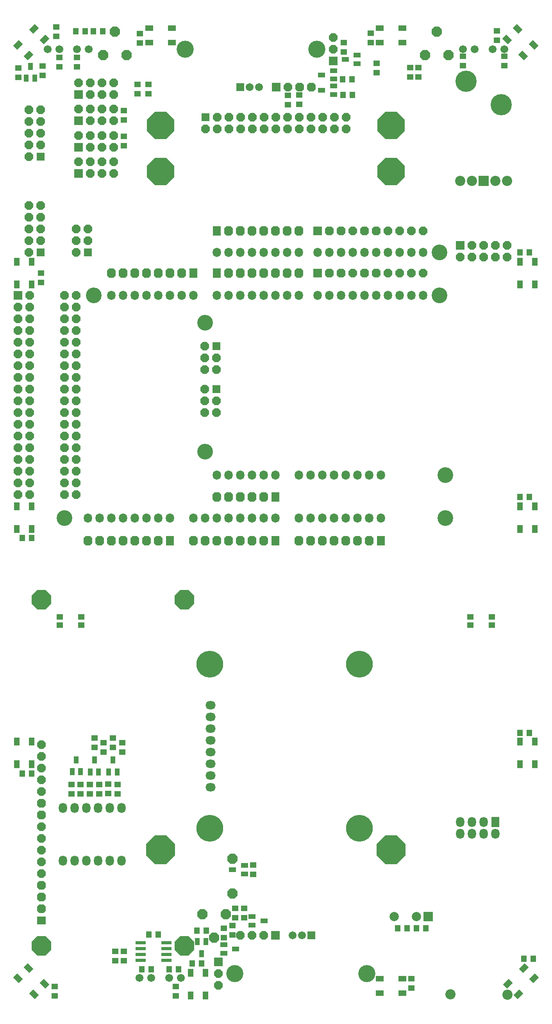
<source format=gbs>
G04*
G04 #@! TF.GenerationSoftware,Altium Limited,Altium Designer,18.1.7 (191)*
G04*
G04 Layer_Color=16711935*
%FSLAX44Y44*%
%MOMM*%
G71*
G01*
G75*
%ADD104R,1.4732X1.2192*%
%ADD105R,1.2192X1.4732*%
%ADD117R,1.6032X1.1032*%
%ADD121R,1.1032X1.6032*%
%ADD123R,1.8032X1.8032*%
%ADD129P,1.9518X8X112.5*%
%ADD130C,1.7032*%
%ADD131P,2.0070X8X22.5*%
%ADD132R,1.8542X1.8542*%
%ADD133C,2.2032*%
%ADD134R,2.2032X2.2032*%
%ADD135C,4.6032*%
%ADD136P,2.3848X8X22.5*%
%ADD137R,1.7032X1.7032*%
G04:AMPARAMS|DCode=138|XSize=1.8032mm|YSize=1.8542mm|CornerRadius=0mm|HoleSize=0mm|Usage=FLASHONLY|Rotation=0.000|XOffset=0mm|YOffset=0mm|HoleType=Round|Shape=Octagon|*
%AMOCTAGOND138*
4,1,8,-0.4508,0.9271,0.4508,0.9271,0.9016,0.4763,0.9016,-0.4763,0.4508,-0.9271,-0.4508,-0.9271,-0.9016,-0.4763,-0.9016,0.4763,-0.4508,0.9271,0.0*
%
%ADD138OCTAGOND138*%

%ADD139R,1.8542X1.8542*%
%ADD140P,2.0070X8X112.5*%
%ADD141C,3.7032*%
%ADD142C,3.4031*%
%ADD143O,1.8032X2.0032*%
G04:AMPARAMS|DCode=144|XSize=1.8032mm|YSize=1.8542mm|CornerRadius=0mm|HoleSize=0mm|Usage=FLASHONLY|Rotation=90.000|XOffset=0mm|YOffset=0mm|HoleType=Round|Shape=Octagon|*
%AMOCTAGOND144*
4,1,8,-0.9271,-0.4508,-0.9271,0.4508,-0.4763,0.9016,0.4763,0.9016,0.9271,0.4508,0.9271,-0.4508,0.4763,-0.9016,-0.4763,-0.9016,-0.9271,-0.4508,0.0*
%
%ADD144OCTAGOND144*%

%ADD145R,1.8542X1.8032*%
%ADD146P,4.5495X8X112.5*%
%ADD147R,1.8032X2.2032*%
%ADD148O,1.8032X2.2032*%
%ADD149O,1.8032X2.2032*%
%ADD150O,2.2032X1.8032*%
%ADD151C,5.8032*%
%ADD152C,2.0032*%
%ADD153R,2.0032X2.0032*%
%ADD154P,2.3848X8X112.5*%
G04:AMPARAMS|DCode=155|XSize=1.8032mm|YSize=2.0032mm|CornerRadius=0mm|HoleSize=0mm|Usage=FLASHONLY|Rotation=180.000|XOffset=0mm|YOffset=0mm|HoleType=Round|Shape=Octagon|*
%AMOCTAGOND155*
4,1,8,0.4508,-1.0016,-0.4508,-1.0016,-0.9016,-0.5508,-0.9016,0.5508,-0.4508,1.0016,0.4508,1.0016,0.9016,0.5508,0.9016,-0.5508,0.4508,-1.0016,0.0*
%
%ADD155OCTAGOND155*%

%ADD156R,1.8032X2.0032*%
%ADD157P,6.3896X8X292.5*%
%ADD158P,6.7144X8X292.5*%
%ADD207R,1.3032X1.7032*%
%ADD208R,1.4032X1.2032*%
G04:AMPARAMS|DCode=209|XSize=1.3032mm|YSize=1.7032mm|CornerRadius=0mm|HoleSize=0mm|Usage=FLASHONLY|Rotation=135.000|XOffset=0mm|YOffset=0mm|HoleType=Round|Shape=Rectangle|*
%AMROTATEDRECTD209*
4,1,4,1.0629,0.1414,-0.1414,-1.0629,-1.0629,-0.1414,0.1414,1.0629,1.0629,0.1414,0.0*
%
%ADD209ROTATEDRECTD209*%

%ADD210R,1.7032X1.3032*%
%ADD211R,2.2032X0.8032*%
G04:AMPARAMS|DCode=212|XSize=1.3032mm|YSize=1.7032mm|CornerRadius=0mm|HoleSize=0mm|Usage=FLASHONLY|Rotation=45.000|XOffset=0mm|YOffset=0mm|HoleType=Round|Shape=Rectangle|*
%AMROTATEDRECTD212*
4,1,4,0.1414,-1.0629,-1.0629,0.1414,-0.1414,1.0629,1.0629,-0.1414,0.1414,-1.0629,0.0*
%
%ADD212ROTATEDRECTD212*%

D104*
X181000Y-1667160D02*
D03*
Y-1646840D02*
D03*
X162000Y-1667160D02*
D03*
Y-1646840D02*
D03*
X156000Y-1683840D02*
D03*
Y-1704160D02*
D03*
X137000Y-1689840D02*
D03*
Y-1710160D02*
D03*
X-83000Y-1288090D02*
D03*
Y-1308410D02*
D03*
X-123000Y-1288250D02*
D03*
Y-1308570D02*
D03*
X-93000Y-1378090D02*
D03*
Y-1398410D02*
D03*
X-113000Y-1398250D02*
D03*
Y-1377930D02*
D03*
X-133000Y-1378107D02*
D03*
Y-1398427D02*
D03*
X-153000Y-1398410D02*
D03*
Y-1378090D02*
D03*
X-173000Y-1398410D02*
D03*
Y-1378090D02*
D03*
X-193000Y-1398410D02*
D03*
Y-1378090D02*
D03*
X-79000Y26160D02*
D03*
Y5840D02*
D03*
Y82220D02*
D03*
Y61900D02*
D03*
X-255549Y158300D02*
D03*
Y178620D02*
D03*
X-308000Y174160D02*
D03*
Y153840D02*
D03*
X-180700Y176680D02*
D03*
Y197000D02*
D03*
X-219000Y176680D02*
D03*
Y197000D02*
D03*
X-45000Y249160D02*
D03*
Y228840D02*
D03*
X275875Y94840D02*
D03*
Y115160D02*
D03*
X301000Y95840D02*
D03*
Y116160D02*
D03*
X541000Y175160D02*
D03*
Y154840D02*
D03*
X559000D02*
D03*
Y175160D02*
D03*
X655600Y199760D02*
D03*
Y179440D02*
D03*
X745000Y199760D02*
D03*
Y179440D02*
D03*
X-98000Y-1760160D02*
D03*
Y-1739840D02*
D03*
X-79000Y-1760160D02*
D03*
Y-1739840D02*
D03*
X397500Y208840D02*
D03*
Y229160D02*
D03*
X468000Y163840D02*
D03*
Y184160D02*
D03*
X201000Y-1552840D02*
D03*
Y-1573160D02*
D03*
X-50000Y118840D02*
D03*
Y139160D02*
D03*
X-26000Y118840D02*
D03*
Y139160D02*
D03*
X729000Y234840D02*
D03*
Y255160D02*
D03*
X456000Y249320D02*
D03*
Y229000D02*
D03*
X544090Y-1819320D02*
D03*
Y-1799000D02*
D03*
X33000Y-1815840D02*
D03*
Y-1836160D02*
D03*
X-229000D02*
D03*
Y-1815840D02*
D03*
X-226000Y263160D02*
D03*
Y242840D02*
D03*
X-259000Y-290160D02*
D03*
Y-269840D02*
D03*
X-103000Y-1278090D02*
D03*
Y-1298410D02*
D03*
X-143000Y-1277930D02*
D03*
Y-1298250D02*
D03*
D105*
X808160Y-1756000D02*
D03*
X787840D02*
D03*
X554840Y-1690000D02*
D03*
X575160D02*
D03*
X534660D02*
D03*
X514340D02*
D03*
X19000Y-1779000D02*
D03*
X39320D02*
D03*
X-19790D02*
D03*
X-40110D02*
D03*
X-25160Y-1704000D02*
D03*
X-4840D02*
D03*
X-145266Y254000D02*
D03*
X-124946D02*
D03*
X416160Y116000D02*
D03*
X395840D02*
D03*
X-183160Y254000D02*
D03*
X-162840D02*
D03*
X394840Y150000D02*
D03*
X415160D02*
D03*
X89000Y-1766000D02*
D03*
X68680D02*
D03*
X99160Y-1695000D02*
D03*
X78840D02*
D03*
X778840Y-755000D02*
D03*
X799160D02*
D03*
Y-1267000D02*
D03*
X778840D02*
D03*
X799160Y-225400D02*
D03*
X778840D02*
D03*
X-279000Y-1355000D02*
D03*
X-299320D02*
D03*
X-299160Y-844000D02*
D03*
X-278840D02*
D03*
D117*
X224340Y-1674000D02*
D03*
X198340Y-1665000D02*
D03*
Y-1683000D02*
D03*
X163000Y-1735000D02*
D03*
X137000Y-1726000D02*
D03*
Y-1744000D02*
D03*
X156000Y-1563000D02*
D03*
X182000Y-1572000D02*
D03*
Y-1554000D02*
D03*
X349000Y126000D02*
D03*
X375000Y117000D02*
D03*
Y135000D02*
D03*
X349000Y159372D02*
D03*
X375000Y150372D02*
D03*
Y168372D02*
D03*
X400501Y193000D02*
D03*
X426501Y184000D02*
D03*
Y202000D02*
D03*
D121*
X89000Y-1745000D02*
D03*
X98000Y-1719000D02*
D03*
X80000D02*
D03*
X-103000Y-1325250D02*
D03*
X-112000Y-1351250D02*
D03*
X-94000D02*
D03*
X-134000D02*
D03*
X-152000D02*
D03*
X-143000Y-1325250D02*
D03*
X-173350Y-1350790D02*
D03*
X-191350D02*
D03*
X-182350Y-1324790D02*
D03*
X-272713Y152000D02*
D03*
X-290713D02*
D03*
X-281713Y178000D02*
D03*
D123*
X97200Y67700D02*
D03*
X121180Y-521900D02*
D03*
Y-428600D02*
D03*
X-156950Y-225400D02*
D03*
X-259600Y-17500D02*
D03*
Y-225400D02*
D03*
D129*
X402000Y67700D02*
D03*
Y42300D02*
D03*
X351200Y67700D02*
D03*
Y42300D02*
D03*
X376600Y67700D02*
D03*
Y42300D02*
D03*
X275000Y67700D02*
D03*
Y42300D02*
D03*
X249600D02*
D03*
Y67700D02*
D03*
X224200Y42300D02*
D03*
Y67700D02*
D03*
X97200Y42300D02*
D03*
X122600Y67700D02*
D03*
Y42300D02*
D03*
X148000Y67700D02*
D03*
Y42300D02*
D03*
X173400Y67700D02*
D03*
Y42300D02*
D03*
X198800Y67700D02*
D03*
Y42300D02*
D03*
X300400Y67700D02*
D03*
Y42300D02*
D03*
X325800Y67700D02*
D03*
Y42300D02*
D03*
X-207750Y-750500D02*
D03*
X-182350D02*
D03*
X-207750Y-725100D02*
D03*
X-182350D02*
D03*
X-207750Y-699700D02*
D03*
X-182350D02*
D03*
X-207750Y-674300D02*
D03*
X-182350D02*
D03*
X-207750Y-648900D02*
D03*
X-182350D02*
D03*
X-207750Y-623500D02*
D03*
X-182350D02*
D03*
X-207750Y-598100D02*
D03*
X-182350D02*
D03*
X-207750Y-572700D02*
D03*
X-182350D02*
D03*
X-207750Y-547300D02*
D03*
X-182350D02*
D03*
X-207750Y-521900D02*
D03*
X-182350D02*
D03*
X-207750Y-496500D02*
D03*
X-182350D02*
D03*
X-207750Y-471100D02*
D03*
X-182350D02*
D03*
X-207750Y-445700D02*
D03*
X-182350D02*
D03*
X-207750Y-420300D02*
D03*
X-182350D02*
D03*
X-207750Y-394900D02*
D03*
X-182350D02*
D03*
X-207750Y-369500D02*
D03*
X-182350D02*
D03*
X-207750Y-344100D02*
D03*
X-182350D02*
D03*
X-207750Y-318700D02*
D03*
X-182350D02*
D03*
X95780Y-521900D02*
D03*
Y-547300D02*
D03*
Y-572700D02*
D03*
X121180D02*
D03*
Y-547300D02*
D03*
Y-454000D02*
D03*
Y-479400D02*
D03*
X95780D02*
D03*
Y-454000D02*
D03*
Y-428600D02*
D03*
X-182350Y-225400D02*
D03*
Y-200000D02*
D03*
X-156950D02*
D03*
Y-174600D02*
D03*
X-182350D02*
D03*
X-285000Y84100D02*
D03*
X-259600D02*
D03*
X-285000Y58700D02*
D03*
X-259600D02*
D03*
X-285000Y33300D02*
D03*
X-259600D02*
D03*
X-285000Y7900D02*
D03*
X-259600D02*
D03*
X-285000Y-17500D02*
D03*
Y-225400D02*
D03*
X-259600Y-200000D02*
D03*
X-285000D02*
D03*
X-259600Y-174600D02*
D03*
X-285000D02*
D03*
X-259600Y-149200D02*
D03*
X-285000D02*
D03*
X-259600Y-123800D02*
D03*
X-285000D02*
D03*
D130*
X719600Y215000D02*
D03*
X745000D02*
D03*
X655600D02*
D03*
X681000D02*
D03*
X193325Y133000D02*
D03*
X213325D02*
D03*
X-180700Y215000D02*
D03*
X-155300D02*
D03*
X-244700D02*
D03*
X-219300D02*
D03*
X306675Y-1705000D02*
D03*
X286675D02*
D03*
X19072Y-1797152D02*
D03*
X44472D02*
D03*
X-45190D02*
D03*
X-19790D02*
D03*
D131*
X750900Y-209800D02*
D03*
Y-235200D02*
D03*
X725500Y-209800D02*
D03*
X700100D02*
D03*
Y-235200D02*
D03*
X725500D02*
D03*
X674700D02*
D03*
Y-209800D02*
D03*
X649300Y-235200D02*
D03*
X275875Y133000D02*
D03*
X224125Y-1705000D02*
D03*
X198725D02*
D03*
X173325D02*
D03*
X569490Y-179000D02*
D03*
X493290D02*
D03*
X417090D02*
D03*
X518690D02*
D03*
X544090D02*
D03*
X-178000Y142450D02*
D03*
X-152600Y117050D02*
D03*
Y142450D02*
D03*
X-101800D02*
D03*
X-127200D02*
D03*
Y117050D02*
D03*
X-101800D02*
D03*
Y2750D02*
D03*
X-127200D02*
D03*
Y28150D02*
D03*
X-101800D02*
D03*
X-152600D02*
D03*
Y2750D02*
D03*
X-178000Y28150D02*
D03*
X544090Y-270000D02*
D03*
X518690D02*
D03*
X417090D02*
D03*
X493290D02*
D03*
X569490D02*
D03*
X-101800Y-54400D02*
D03*
X-127200D02*
D03*
Y-29000D02*
D03*
X-101800D02*
D03*
X-152600D02*
D03*
Y-54400D02*
D03*
X-178000Y-29000D02*
D03*
X-101652Y59900D02*
D03*
X-127052D02*
D03*
Y85300D02*
D03*
X-101652D02*
D03*
X-152452D02*
D03*
Y59900D02*
D03*
X-177852Y85300D02*
D03*
D132*
X649300Y-209800D02*
D03*
X250475Y133000D02*
D03*
X249525Y-1705000D02*
D03*
X340890Y-179000D02*
D03*
X-178000Y117050D02*
D03*
Y2750D02*
D03*
X340890Y-270000D02*
D03*
X-178000Y-54400D02*
D03*
X-177852Y59900D02*
D03*
D133*
X750900Y-70100D02*
D03*
X725500D02*
D03*
X674700D02*
D03*
X649300D02*
D03*
X628800Y-1833350D02*
D03*
X751800Y-1833600D02*
D03*
D134*
X700100Y-70100D02*
D03*
D135*
X738200Y95000D02*
D03*
X662000Y145800D02*
D03*
D136*
X624354Y202328D02*
D03*
X573554D02*
D03*
X598954Y253128D02*
D03*
X-73600Y202330D02*
D03*
X-124400D02*
D03*
X-99000Y253130D02*
D03*
X116000Y-1710400D02*
D03*
X141400Y-1659600D02*
D03*
X90600D02*
D03*
D137*
X173325Y133000D02*
D03*
X326675Y-1705000D02*
D03*
D138*
X301275Y133000D02*
D03*
X326675D02*
D03*
X366290Y-179000D02*
D03*
X391690D02*
D03*
X442490D02*
D03*
X467890D02*
D03*
Y-270000D02*
D03*
X442490D02*
D03*
X391690D02*
D03*
X366290D02*
D03*
D139*
X374460Y189600D02*
D03*
X-308638Y-318700D02*
D03*
X125540Y-1762600D02*
D03*
D140*
X374460Y215000D02*
D03*
Y240400D02*
D03*
X-308638Y-750500D02*
D03*
X-283238D02*
D03*
Y-725100D02*
D03*
X-308638D02*
D03*
Y-699700D02*
D03*
X-283238D02*
D03*
Y-674300D02*
D03*
X-308638D02*
D03*
Y-648900D02*
D03*
X-283238D02*
D03*
X-308638Y-547300D02*
D03*
X-283238D02*
D03*
X-308638Y-394900D02*
D03*
X-283238Y-318700D02*
D03*
X-308638Y-344100D02*
D03*
X-283238D02*
D03*
X-308638Y-369500D02*
D03*
X-283238D02*
D03*
Y-394900D02*
D03*
X-308638Y-420300D02*
D03*
X-283238Y-496500D02*
D03*
Y-445700D02*
D03*
Y-420300D02*
D03*
X-308638Y-445700D02*
D03*
Y-471100D02*
D03*
X-283238D02*
D03*
X-308638Y-496500D02*
D03*
Y-521900D02*
D03*
X-283238D02*
D03*
Y-572700D02*
D03*
X-308638D02*
D03*
Y-598100D02*
D03*
X-283238D02*
D03*
Y-623500D02*
D03*
X-308638D02*
D03*
X-258162Y-1342864D02*
D03*
Y-1368264D02*
D03*
Y-1469864D02*
D03*
Y-1495264D02*
D03*
Y-1546064D02*
D03*
Y-1571464D02*
D03*
Y-1520664D02*
D03*
Y-1393664D02*
D03*
Y-1317464D02*
D03*
Y-1292064D02*
D03*
X125540Y-1813400D02*
D03*
Y-1788000D02*
D03*
D141*
X53150Y215000D02*
D03*
X338851D02*
D03*
X161149Y-1788000D02*
D03*
X446850D02*
D03*
D142*
X-207750Y-801300D02*
D03*
X605050Y-318700D02*
D03*
X-144250D02*
D03*
X617750Y-801300D02*
D03*
Y-708000D02*
D03*
X605050Y-225400D02*
D03*
X97050Y-657200D02*
D03*
Y-377800D02*
D03*
D143*
X300250Y-318700D02*
D03*
X274850D02*
D03*
X249450D02*
D03*
X224050D02*
D03*
X198650D02*
D03*
X173250D02*
D03*
X147850D02*
D03*
X122450D02*
D03*
X71650Y-801300D02*
D03*
X97050D02*
D03*
X122450D02*
D03*
X147850D02*
D03*
X173250D02*
D03*
X198650D02*
D03*
X224050D02*
D03*
X249450D02*
D03*
X71650Y-318700D02*
D03*
X46250D02*
D03*
X20850D02*
D03*
X-4550D02*
D03*
X-29950D02*
D03*
X-55350D02*
D03*
X-80750D02*
D03*
X-106150D02*
D03*
X-156950Y-801300D02*
D03*
X-131550D02*
D03*
X-106150D02*
D03*
X-80750D02*
D03*
X-55350D02*
D03*
X-29950D02*
D03*
X-4550D02*
D03*
X20850D02*
D03*
X340890Y-318700D02*
D03*
X366290D02*
D03*
X391690D02*
D03*
X417090D02*
D03*
X442490D02*
D03*
X467890D02*
D03*
X493290D02*
D03*
X518690D02*
D03*
X544090D02*
D03*
X569490D02*
D03*
X300250Y-801300D02*
D03*
X325650D02*
D03*
X351050D02*
D03*
X376450D02*
D03*
X401850D02*
D03*
X427250D02*
D03*
X452650D02*
D03*
X478050D02*
D03*
Y-708000D02*
D03*
X452650D02*
D03*
X427250D02*
D03*
X401850D02*
D03*
X376450D02*
D03*
X351050D02*
D03*
X325650D02*
D03*
X300250D02*
D03*
X249450D02*
D03*
X224050D02*
D03*
X198650D02*
D03*
X173250D02*
D03*
X147850D02*
D03*
X122450D02*
D03*
X340890Y-225400D02*
D03*
X366290D02*
D03*
X391690D02*
D03*
X417090D02*
D03*
X442490D02*
D03*
X467890D02*
D03*
X493290D02*
D03*
X518690D02*
D03*
X544090D02*
D03*
X569490D02*
D03*
X122450D02*
D03*
X147850D02*
D03*
X173250D02*
D03*
X198650D02*
D03*
X224050D02*
D03*
X249450D02*
D03*
X274850D02*
D03*
X300250D02*
D03*
D144*
X-258162Y-1596864D02*
D03*
Y-1622264D02*
D03*
Y-1647664D02*
D03*
Y-1444464D02*
D03*
Y-1419064D02*
D03*
D145*
Y-1673064D02*
D03*
D146*
X51838Y-1728064D02*
D03*
X-258162D02*
D03*
Y-978064D02*
D03*
X51838D02*
D03*
D147*
X725800Y-1459600D02*
D03*
D148*
Y-1485000D02*
D03*
X700400Y-1459600D02*
D03*
Y-1485000D02*
D03*
X675000Y-1459600D02*
D03*
Y-1485000D02*
D03*
X649600Y-1459600D02*
D03*
Y-1485000D02*
D03*
D149*
X-211306Y-1543406D02*
D03*
X-185906D02*
D03*
X-160506D02*
D03*
X-135106D02*
D03*
X-109706D02*
D03*
X-84306D02*
D03*
X-211306Y-1429406D02*
D03*
X-185906D02*
D03*
X-160506D02*
D03*
X-135106D02*
D03*
X-109706D02*
D03*
X-84306D02*
D03*
D150*
X109000Y-1384000D02*
D03*
Y-1358600D02*
D03*
Y-1333200D02*
D03*
Y-1307800D02*
D03*
Y-1282400D02*
D03*
Y-1257000D02*
D03*
Y-1231600D02*
D03*
Y-1206200D02*
D03*
D151*
X106500Y-1472900D02*
D03*
Y-1117900D02*
D03*
X431500D02*
D03*
Y-1472900D02*
D03*
D152*
X506481Y-1665000D02*
D03*
X555000D02*
D03*
D153*
X580400D02*
D03*
D154*
X156000Y-1539000D02*
D03*
Y-1615000D02*
D03*
D155*
X71650Y-850000D02*
D03*
X122450D02*
D03*
X147850D02*
D03*
X173250D02*
D03*
X198650D02*
D03*
X224050D02*
D03*
X97050D02*
D03*
X274850Y-270000D02*
D03*
X147850D02*
D03*
X173250D02*
D03*
X198650D02*
D03*
X224050D02*
D03*
X249450D02*
D03*
X300250D02*
D03*
X-106150D02*
D03*
X-55350D02*
D03*
X-29950D02*
D03*
X-4550D02*
D03*
X20850D02*
D03*
X46250D02*
D03*
X-80750D02*
D03*
X274850Y-179000D02*
D03*
X147850D02*
D03*
X173250D02*
D03*
X198650D02*
D03*
X224050D02*
D03*
X249450D02*
D03*
X300250D02*
D03*
X-156950Y-850000D02*
D03*
X-106150D02*
D03*
X-80750D02*
D03*
X-55350D02*
D03*
X-29950D02*
D03*
X-4550D02*
D03*
X-131550D02*
D03*
X325650D02*
D03*
X452650D02*
D03*
X427250D02*
D03*
X401850D02*
D03*
X376450D02*
D03*
X351050D02*
D03*
X300250D02*
D03*
X223800Y-755000D02*
D03*
X198400D02*
D03*
X173000D02*
D03*
X147600D02*
D03*
X122200D02*
D03*
D156*
X249450Y-850000D02*
D03*
X122450Y-270000D02*
D03*
X71650D02*
D03*
X122450Y-179000D02*
D03*
X20850Y-850000D02*
D03*
X478050D02*
D03*
X249200Y-755000D02*
D03*
D157*
X0Y50000D02*
D03*
X500000Y-50000D02*
D03*
Y50000D02*
D03*
X0Y-50000D02*
D03*
D158*
Y-1520000D02*
D03*
X500000D02*
D03*
D207*
X811000Y-294500D02*
D03*
X779000D02*
D03*
X811000Y-245500D02*
D03*
X779000D02*
D03*
X811000Y-824500D02*
D03*
X779000Y-824500D02*
D03*
X811000Y-775500D02*
D03*
X779000Y-775500D02*
D03*
X811000Y-1334500D02*
D03*
X779000D02*
D03*
X811000Y-1285500D02*
D03*
X779000D02*
D03*
X97810Y-1835622D02*
D03*
X65810Y-1835622D02*
D03*
X97810Y-1786622D02*
D03*
X65810Y-1786622D02*
D03*
X-279000Y-1334500D02*
D03*
X-311000Y-1334500D02*
D03*
X-279000Y-1285500D02*
D03*
X-311000Y-1285500D02*
D03*
Y-775500D02*
D03*
X-279000D02*
D03*
X-311000Y-824500D02*
D03*
X-279000D02*
D03*
X-311000Y-245500D02*
D03*
X-279000D02*
D03*
X-311000Y-294500D02*
D03*
X-279000D02*
D03*
D208*
X718000Y-1015000D02*
D03*
X672000Y-1033000D02*
D03*
Y-1015000D02*
D03*
X718000Y-1033000D02*
D03*
X-172000D02*
D03*
X-218000Y-1015000D02*
D03*
Y-1033000D02*
D03*
X-172000Y-1015000D02*
D03*
D209*
X775352Y-1833258D02*
D03*
X752724Y-1810630D02*
D03*
X810000Y-1798610D02*
D03*
X787373Y-1775982D02*
D03*
X-273990Y258638D02*
D03*
X-251362Y236010D02*
D03*
X-308638Y223990D02*
D03*
X-286010Y201362D02*
D03*
D210*
X475500Y-1831000D02*
D03*
X475500Y-1799000D02*
D03*
X524500Y-1831000D02*
D03*
X524500Y-1799000D02*
D03*
X-24500Y229000D02*
D03*
Y261000D02*
D03*
X24500Y229000D02*
D03*
Y261000D02*
D03*
X524500D02*
D03*
Y229000D02*
D03*
X475500Y261000D02*
D03*
Y229000D02*
D03*
D211*
X-42940Y-1759200D02*
D03*
Y-1746500D02*
D03*
Y-1733800D02*
D03*
Y-1721100D02*
D03*
X12940Y-1759200D02*
D03*
Y-1746500D02*
D03*
Y-1733800D02*
D03*
Y-1721100D02*
D03*
D212*
X-308638Y-1798612D02*
D03*
X-286010Y-1775985D02*
D03*
X-273990Y-1833260D02*
D03*
X-251362Y-1810633D02*
D03*
X808638Y223990D02*
D03*
X786010Y201362D02*
D03*
X773990Y258638D02*
D03*
X751362Y236010D02*
D03*
M02*

</source>
